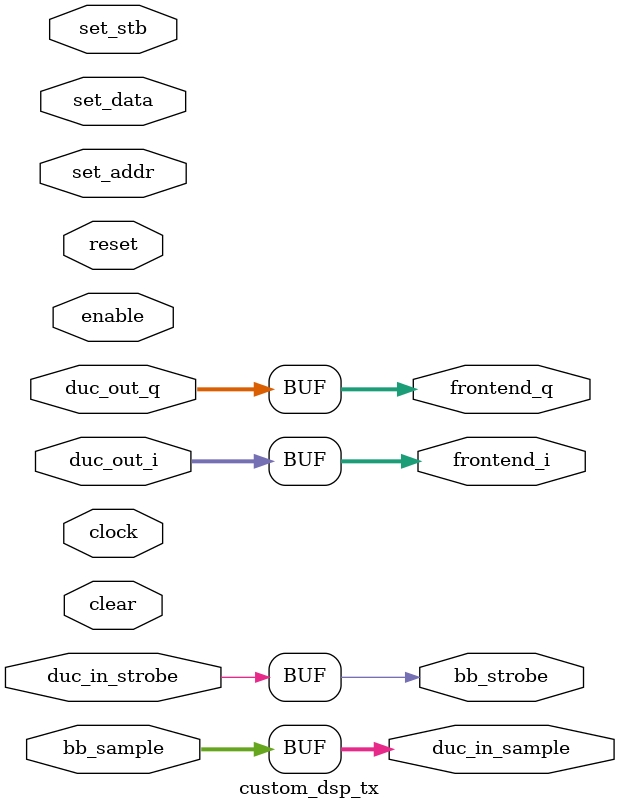
<source format=v>


//The following module effects the IO of the DUC chain.
//By default, this entire module is a simple pass-through.

//To implement DSP logic before the DUC:
//Implement custom DSP between baseband and duc input.

//To implement DSP logic after the DUC:
//Implement custom DSP between duc output and frontend.

//To bypass the DUC with custom logic:
//Implement custom DSP between baseband and frontend.

module custom_dsp_tx
#(
    //frontend bus width
    parameter WIDTH = 24
)
(
    //control signals
    input clock, //dsp clock
    input reset, //active high synchronous reset
    input clear, //active high on packet control init
    input enable, //active high when streaming enabled

    //user settings bus, controlled through user setting regs API
    input set_stb, input [7:0] set_addr, input [31:0] set_data,

    //full rate outputs directly to the TX frontend
    output [WIDTH-1:0] frontend_i,
    output [WIDTH-1:0] frontend_q,

    //full rate outputs directly from the DUC chain
    input [WIDTH-1:0] duc_out_i,
    input [WIDTH-1:0] duc_out_q,

    //strobed samples {I16,Q16} to the TX DUC chain
    output [31:0] duc_in_sample,
    input duc_in_strobe, //this is a backpressure signal

    //strobbed baseband samples {I16,Q16} to this module
    input [31:0] bb_sample,
    output bb_strobe //this is a backpressure signal
);

    assign frontend_i = duc_out_i;
    assign frontend_q = duc_out_q;
    assign duc_in_sample = bb_sample;
    assign bb_strobe = duc_in_strobe;

endmodule //custom_dsp_tx

</source>
